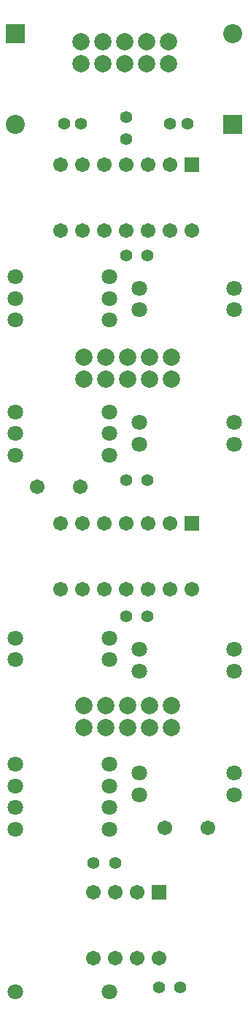
<source format=gbs>
G04 Layer_Color=16711935*
%FSLAX25Y25*%
%MOIN*%
G70*
G01*
G75*
%ADD25C,0.07887*%
%ADD26C,0.05524*%
%ADD27C,0.07887*%
%ADD28R,0.06706X0.06706*%
%ADD29C,0.06706*%
%ADD30C,0.07099*%
%ADD31C,0.06706*%
%ADD32R,0.08674X0.08674*%
%ADD33C,0.08674*%
D25*
X40630Y143543D02*
D03*
X50630D02*
D03*
X60630D02*
D03*
X70630D02*
D03*
X80630D02*
D03*
X40630Y312205D02*
D03*
X50630D02*
D03*
X60630D02*
D03*
X70630D02*
D03*
X80630D02*
D03*
Y153543D02*
D03*
X70630D02*
D03*
X60630D02*
D03*
X50630D02*
D03*
X40630D02*
D03*
Y302205D02*
D03*
X50630D02*
D03*
X60630D02*
D03*
X70630D02*
D03*
X80630D02*
D03*
D26*
X59842Y194095D02*
D03*
X69685D02*
D03*
X39370Y418504D02*
D03*
X31496D02*
D03*
X87795D02*
D03*
X79921D02*
D03*
X59842Y421457D02*
D03*
Y411614D02*
D03*
Y358661D02*
D03*
X69685D02*
D03*
Y256299D02*
D03*
X59842D02*
D03*
X84646Y25197D02*
D03*
X74803D02*
D03*
X44882Y81890D02*
D03*
X54724D02*
D03*
D27*
X39055Y445905D02*
D03*
Y455905D02*
D03*
X49055Y445905D02*
D03*
Y455905D02*
D03*
X59055Y445905D02*
D03*
Y455905D02*
D03*
X69055Y445905D02*
D03*
Y455905D02*
D03*
X79055Y445905D02*
D03*
Y455905D02*
D03*
D28*
X89842Y400039D02*
D03*
Y236654D02*
D03*
X74843Y68543D02*
D03*
D29*
X79843Y400039D02*
D03*
X69842D02*
D03*
X59842D02*
D03*
X49843D02*
D03*
X39843D02*
D03*
X29842D02*
D03*
X89842Y370039D02*
D03*
X79843D02*
D03*
X69842D02*
D03*
X59842D02*
D03*
X49843D02*
D03*
X39843D02*
D03*
X29842D02*
D03*
X79843Y236654D02*
D03*
X69842D02*
D03*
X59842D02*
D03*
X49843D02*
D03*
X39843D02*
D03*
X29842D02*
D03*
X89842Y206654D02*
D03*
X79843D02*
D03*
X69842D02*
D03*
X59842D02*
D03*
X49843D02*
D03*
X39843D02*
D03*
X29842D02*
D03*
X64842Y68543D02*
D03*
X54843D02*
D03*
X44842D02*
D03*
X74843Y38543D02*
D03*
X64842D02*
D03*
X54843D02*
D03*
X44842D02*
D03*
D30*
X52362Y338976D02*
D03*
X9055D02*
D03*
Y348819D02*
D03*
X52362D02*
D03*
X65748Y343701D02*
D03*
X109055D02*
D03*
X52362Y329134D02*
D03*
X9055D02*
D03*
X65748Y333858D02*
D03*
X109055D02*
D03*
X52362Y277559D02*
D03*
X9055D02*
D03*
X52362Y287402D02*
D03*
X9055D02*
D03*
X109055Y282480D02*
D03*
X65748D02*
D03*
Y272638D02*
D03*
X109055D02*
D03*
X9055Y267717D02*
D03*
X52362D02*
D03*
X52362Y174409D02*
D03*
X9055D02*
D03*
X109055Y179134D02*
D03*
X65748D02*
D03*
X9055Y184252D02*
D03*
X52362D02*
D03*
X65748Y169291D02*
D03*
X109055D02*
D03*
X52362Y126772D02*
D03*
X9055D02*
D03*
X52362Y116929D02*
D03*
X9055D02*
D03*
X52362Y107087D02*
D03*
X9055D02*
D03*
X109055Y112992D02*
D03*
X65748D02*
D03*
Y122835D02*
D03*
X109055D02*
D03*
X9055Y23228D02*
D03*
X52362D02*
D03*
Y97244D02*
D03*
X9055D02*
D03*
D31*
X38976Y253150D02*
D03*
X19291D02*
D03*
X77559Y98032D02*
D03*
X97244D02*
D03*
D32*
X9252Y459567D02*
D03*
X108661Y418386D02*
D03*
D33*
X9252D02*
D03*
X108661Y459567D02*
D03*
M02*

</source>
